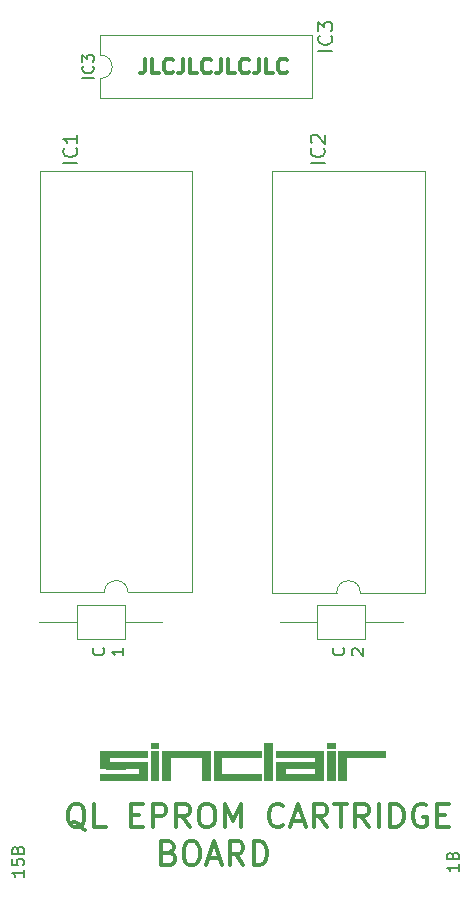
<source format=gbr>
%TF.GenerationSoftware,KiCad,Pcbnew,6.0.1-79c1e3a40b~116~ubuntu21.10.1*%
%TF.CreationDate,2022-02-04T17:00:21+01:00*%
%TF.ProjectId,QL_ROM_Cartridge_original,514c5f52-4f4d-45f4-9361-727472696467,rev?*%
%TF.SameCoordinates,Original*%
%TF.FileFunction,Legend,Top*%
%TF.FilePolarity,Positive*%
%FSLAX46Y46*%
G04 Gerber Fmt 4.6, Leading zero omitted, Abs format (unit mm)*
G04 Created by KiCad (PCBNEW 6.0.1-79c1e3a40b~116~ubuntu21.10.1) date 2022-02-04 17:00:21*
%MOMM*%
%LPD*%
G01*
G04 APERTURE LIST*
%ADD10C,0.100000*%
%ADD11C,0.300000*%
%ADD12C,0.150000*%
%ADD13C,0.350000*%
%ADD14C,0.120000*%
G04 APERTURE END LIST*
D10*
X83659156Y-120722490D02*
X84298976Y-120722490D01*
X84298976Y-120722490D02*
X84298976Y-123907061D01*
X84298976Y-123907061D02*
X83659156Y-123907061D01*
X83659156Y-123907061D02*
X83659156Y-120722490D01*
X83659156Y-120722490D02*
X83659156Y-120722490D01*
G36*
X84298976Y-123907061D02*
G01*
X83659156Y-123907061D01*
X83659156Y-120722490D01*
X84298976Y-120722490D01*
X84298976Y-123907061D01*
G37*
X84298976Y-123907061D02*
X83659156Y-123907061D01*
X83659156Y-120722490D01*
X84298976Y-120722490D01*
X84298976Y-123907061D01*
X79404082Y-123907061D02*
X79404082Y-121435442D01*
X79404082Y-121435442D02*
X83404980Y-121435442D01*
X83404980Y-121435442D02*
X83404980Y-121920031D01*
X83404980Y-121920031D02*
X80030582Y-121920031D01*
X80030582Y-121920031D02*
X80030582Y-123375414D01*
X80030582Y-123375414D02*
X83404981Y-123375414D01*
X83404981Y-123375414D02*
X83404961Y-123907030D01*
X83404961Y-123907030D02*
X79404082Y-123907061D01*
X79404082Y-123907061D02*
X79404082Y-123907061D01*
G36*
X83404980Y-121920031D02*
G01*
X80030582Y-121920031D01*
X80030582Y-123375414D01*
X83404981Y-123375414D01*
X83404961Y-123907030D01*
X79404082Y-123907061D01*
X79404082Y-121435442D01*
X83404980Y-121435442D01*
X83404980Y-121920031D01*
G37*
X83404980Y-121920031D02*
X80030582Y-121920031D01*
X80030582Y-123375414D01*
X83404981Y-123375414D01*
X83404961Y-123907030D01*
X79404082Y-123907061D01*
X79404082Y-121435442D01*
X83404980Y-121435442D01*
X83404980Y-121920031D01*
X84658328Y-123907061D02*
X84652928Y-123033281D01*
X84652928Y-123033281D02*
X84658328Y-122382006D01*
X84658328Y-122382006D02*
X87971373Y-122382006D01*
X87971373Y-122382006D02*
X87971373Y-121920031D01*
X87971373Y-121920031D02*
X84658328Y-121920031D01*
X84658328Y-121920031D02*
X84658328Y-121435442D01*
X84658328Y-121435442D02*
X88654498Y-121435442D01*
X88654498Y-121435442D02*
X88654498Y-123907061D01*
X88654498Y-123907061D02*
X87971373Y-123907061D01*
X87971373Y-123907061D02*
X87971373Y-122907915D01*
X87971373Y-122907915D02*
X85412089Y-122907915D01*
X85412089Y-122907915D02*
X85412089Y-123375414D01*
X85412089Y-123375414D02*
X87971373Y-123375414D01*
X87971373Y-123375414D02*
X87971373Y-123907061D01*
X87971373Y-123907061D02*
X84658328Y-123907061D01*
X84658328Y-123907061D02*
X84658328Y-123907061D01*
G36*
X84652928Y-123033281D02*
G01*
X84658328Y-122382006D01*
X87971373Y-122382006D01*
X87971373Y-121920031D01*
X84658328Y-121920031D01*
X84658328Y-121435442D01*
X88654498Y-121435442D01*
X88654498Y-123907061D01*
X84658328Y-123907061D01*
X84655042Y-123375414D01*
X85412089Y-123375414D01*
X87971373Y-123375414D01*
X87971373Y-122907915D01*
X85412089Y-122907915D01*
X85412089Y-123375414D01*
X84655042Y-123375414D01*
X84652928Y-123033281D01*
G37*
X84652928Y-123033281D02*
X84658328Y-122382006D01*
X87971373Y-122382006D01*
X87971373Y-121920031D01*
X84658328Y-121920031D01*
X84658328Y-121435442D01*
X88654498Y-121435442D01*
X88654498Y-123907061D01*
X84658328Y-123907061D01*
X84655042Y-123375414D01*
X85412089Y-123375414D01*
X87971373Y-123375414D01*
X87971373Y-122907915D01*
X85412089Y-122907915D01*
X85412089Y-123375414D01*
X84655042Y-123375414D01*
X84652928Y-123033281D01*
X69774914Y-123375414D02*
X73027609Y-123375414D01*
X73027609Y-123375414D02*
X73027609Y-122907885D01*
X73027609Y-122907885D02*
X70807523Y-122927385D01*
X70807523Y-122927385D02*
X69774914Y-122907885D01*
X69774914Y-122907885D02*
X69774914Y-121435412D01*
X69774914Y-121435412D02*
X73762320Y-121435412D01*
X73762320Y-121435412D02*
X73762320Y-121920000D01*
X73762320Y-121920000D02*
X70485000Y-121920000D01*
X70485000Y-121920000D02*
X70485000Y-122381975D01*
X70485000Y-122381975D02*
X73762320Y-122381975D01*
X73762320Y-122381975D02*
X73762320Y-123907030D01*
X73762320Y-123907030D02*
X69774914Y-123907030D01*
X69774914Y-123907030D02*
X69774914Y-123375414D01*
X69774914Y-123375414D02*
X69774914Y-123375414D01*
G36*
X73762320Y-121920000D02*
G01*
X70485000Y-121920000D01*
X70485000Y-122381975D01*
X73762320Y-122381975D01*
X73762320Y-123907030D01*
X69774914Y-123907030D01*
X69774914Y-123375414D01*
X73027609Y-123375414D01*
X73027609Y-122907885D01*
X70807523Y-122927385D01*
X69774914Y-122907885D01*
X69774914Y-121435412D01*
X73762320Y-121435412D01*
X73762320Y-121920000D01*
G37*
X73762320Y-121920000D02*
X70485000Y-121920000D01*
X70485000Y-122381975D01*
X73762320Y-122381975D01*
X73762320Y-123907030D01*
X69774914Y-123907030D01*
X69774914Y-123375414D01*
X73027609Y-123375414D01*
X73027609Y-122907885D01*
X70807523Y-122927385D01*
X69774914Y-122907885D01*
X69774914Y-121435412D01*
X73762320Y-121435412D01*
X73762320Y-121920000D01*
X89014369Y-120722521D02*
X89636660Y-120722521D01*
X89636660Y-120722521D02*
X89636660Y-121163744D01*
X89636660Y-121163744D02*
X89014369Y-121163744D01*
X89014369Y-121163744D02*
X89014369Y-120722521D01*
X89014369Y-120722521D02*
X89014369Y-120722521D01*
G36*
X89636660Y-121163744D02*
G01*
X89014369Y-121163744D01*
X89014369Y-120722521D01*
X89636660Y-120722521D01*
X89636660Y-121163744D01*
G37*
X89636660Y-121163744D02*
X89014369Y-121163744D01*
X89014369Y-120722521D01*
X89636660Y-120722521D01*
X89636660Y-121163744D01*
X89943425Y-121435442D02*
X93868230Y-121435442D01*
X93868230Y-121435442D02*
X93868230Y-121920031D01*
X93868230Y-121920031D02*
X90574483Y-121920031D01*
X90574483Y-121920031D02*
X90574483Y-123907061D01*
X90574483Y-123907061D02*
X89943427Y-123907061D01*
X89943427Y-123907061D02*
X89943425Y-121435442D01*
X89943425Y-121435442D02*
X89943425Y-121435442D01*
G36*
X93868230Y-121920031D02*
G01*
X90574483Y-121920031D01*
X90574483Y-123907061D01*
X89943427Y-123907061D01*
X89943425Y-121435442D01*
X93868230Y-121435442D01*
X93868230Y-121920031D01*
G37*
X93868230Y-121920031D02*
X90574483Y-121920031D01*
X90574483Y-123907061D01*
X89943427Y-123907061D01*
X89943425Y-121435442D01*
X93868230Y-121435442D01*
X93868230Y-121920031D01*
X74973367Y-123907061D02*
X74973367Y-121435442D01*
X74973367Y-121435442D02*
X79057704Y-121435442D01*
X79057704Y-121435442D02*
X79057704Y-123907061D01*
X79057704Y-123907061D02*
X78426647Y-123907061D01*
X78426647Y-123907061D02*
X78426647Y-121920031D01*
X78426647Y-121920031D02*
X75692069Y-121920031D01*
X75692069Y-121920031D02*
X75692069Y-123907061D01*
X75692069Y-123907061D02*
X74973367Y-123907061D01*
X74973367Y-123907061D02*
X74973367Y-123907061D01*
G36*
X79057704Y-123907061D02*
G01*
X78426647Y-123907061D01*
X78426647Y-121920031D01*
X75692069Y-121920031D01*
X75692069Y-123907061D01*
X74973367Y-123907061D01*
X74973367Y-121435442D01*
X79057704Y-121435442D01*
X79057704Y-123907061D01*
G37*
X79057704Y-123907061D02*
X78426647Y-123907061D01*
X78426647Y-121920031D01*
X75692069Y-121920031D01*
X75692069Y-123907061D01*
X74973367Y-123907061D01*
X74973367Y-121435442D01*
X79057704Y-121435442D01*
X79057704Y-123907061D01*
X74082718Y-121435442D02*
X74706044Y-121435442D01*
X74706044Y-121435442D02*
X74706044Y-123907061D01*
X74706044Y-123907061D02*
X74082718Y-123907061D01*
X74082718Y-123907061D02*
X74082718Y-121435442D01*
X74082718Y-121435442D02*
X74082718Y-121435442D01*
G36*
X74706044Y-123907061D02*
G01*
X74082718Y-123907061D01*
X74082718Y-121435442D01*
X74706044Y-121435442D01*
X74706044Y-123907061D01*
G37*
X74706044Y-123907061D02*
X74082718Y-123907061D01*
X74082718Y-121435442D01*
X74706044Y-121435442D01*
X74706044Y-123907061D01*
X89014369Y-123907061D02*
X89014369Y-121435442D01*
X89014369Y-121435442D02*
X89636660Y-121435442D01*
X89636660Y-121435442D02*
X89636660Y-123907061D01*
X89636660Y-123907061D02*
X89014369Y-123907061D01*
X89014369Y-123907061D02*
X89014369Y-123907061D01*
G36*
X89636660Y-123907061D02*
G01*
X89014369Y-123907061D01*
X89014369Y-121435442D01*
X89636660Y-121435442D01*
X89636660Y-123907061D01*
G37*
X89636660Y-123907061D02*
X89014369Y-123907061D01*
X89014369Y-121435442D01*
X89636660Y-121435442D01*
X89636660Y-123907061D01*
X74082718Y-120722521D02*
X74706044Y-120722521D01*
X74706044Y-120722521D02*
X74706044Y-121163744D01*
X74706044Y-121163744D02*
X74082718Y-121163744D01*
X74082718Y-121163744D02*
X74082718Y-120722521D01*
X74082718Y-120722521D02*
X74082718Y-120722521D01*
G36*
X74706044Y-121163744D02*
G01*
X74082718Y-121163744D01*
X74082718Y-120722521D01*
X74706044Y-120722521D01*
X74706044Y-121163744D01*
G37*
X74706044Y-121163744D02*
X74082718Y-121163744D01*
X74082718Y-120722521D01*
X74706044Y-120722521D01*
X74706044Y-121163744D01*
D11*
X73601190Y-62815476D02*
X73601190Y-63708333D01*
X73541666Y-63886904D01*
X73422619Y-64005952D01*
X73244047Y-64065476D01*
X73125000Y-64065476D01*
X74791666Y-64065476D02*
X74196428Y-64065476D01*
X74196428Y-62815476D01*
X75922619Y-63946428D02*
X75863095Y-64005952D01*
X75684523Y-64065476D01*
X75565476Y-64065476D01*
X75386904Y-64005952D01*
X75267857Y-63886904D01*
X75208333Y-63767857D01*
X75148809Y-63529761D01*
X75148809Y-63351190D01*
X75208333Y-63113095D01*
X75267857Y-62994047D01*
X75386904Y-62875000D01*
X75565476Y-62815476D01*
X75684523Y-62815476D01*
X75863095Y-62875000D01*
X75922619Y-62934523D01*
X76815476Y-62815476D02*
X76815476Y-63708333D01*
X76755952Y-63886904D01*
X76636904Y-64005952D01*
X76458333Y-64065476D01*
X76339285Y-64065476D01*
X78005952Y-64065476D02*
X77410714Y-64065476D01*
X77410714Y-62815476D01*
X79136904Y-63946428D02*
X79077380Y-64005952D01*
X78898809Y-64065476D01*
X78779761Y-64065476D01*
X78601190Y-64005952D01*
X78482142Y-63886904D01*
X78422619Y-63767857D01*
X78363095Y-63529761D01*
X78363095Y-63351190D01*
X78422619Y-63113095D01*
X78482142Y-62994047D01*
X78601190Y-62875000D01*
X78779761Y-62815476D01*
X78898809Y-62815476D01*
X79077380Y-62875000D01*
X79136904Y-62934523D01*
X80029761Y-62815476D02*
X80029761Y-63708333D01*
X79970238Y-63886904D01*
X79851190Y-64005952D01*
X79672619Y-64065476D01*
X79553571Y-64065476D01*
X81220238Y-64065476D02*
X80625000Y-64065476D01*
X80625000Y-62815476D01*
X82351190Y-63946428D02*
X82291666Y-64005952D01*
X82113095Y-64065476D01*
X81994047Y-64065476D01*
X81815476Y-64005952D01*
X81696428Y-63886904D01*
X81636904Y-63767857D01*
X81577380Y-63529761D01*
X81577380Y-63351190D01*
X81636904Y-63113095D01*
X81696428Y-62994047D01*
X81815476Y-62875000D01*
X81994047Y-62815476D01*
X82113095Y-62815476D01*
X82291666Y-62875000D01*
X82351190Y-62934523D01*
X83244047Y-62815476D02*
X83244047Y-63708333D01*
X83184523Y-63886904D01*
X83065476Y-64005952D01*
X82886904Y-64065476D01*
X82767857Y-64065476D01*
X84434523Y-64065476D02*
X83839285Y-64065476D01*
X83839285Y-62815476D01*
X85565476Y-63946428D02*
X85505952Y-64005952D01*
X85327380Y-64065476D01*
X85208333Y-64065476D01*
X85029761Y-64005952D01*
X84910714Y-63886904D01*
X84851190Y-63767857D01*
X84791666Y-63529761D01*
X84791666Y-63351190D01*
X84851190Y-63113095D01*
X84910714Y-62994047D01*
X85029761Y-62875000D01*
X85208333Y-62815476D01*
X85327380Y-62815476D01*
X85505952Y-62875000D01*
X85565476Y-62934523D01*
D12*
X63317380Y-131500476D02*
X63317380Y-132071904D01*
X63317380Y-131786190D02*
X62317380Y-131786190D01*
X62460238Y-131881428D01*
X62555476Y-131976666D01*
X62603095Y-132071904D01*
X62317380Y-130595714D02*
X62317380Y-131071904D01*
X62793571Y-131119523D01*
X62745952Y-131071904D01*
X62698333Y-130976666D01*
X62698333Y-130738571D01*
X62745952Y-130643333D01*
X62793571Y-130595714D01*
X62888809Y-130548095D01*
X63126904Y-130548095D01*
X63222142Y-130595714D01*
X63269761Y-130643333D01*
X63317380Y-130738571D01*
X63317380Y-130976666D01*
X63269761Y-131071904D01*
X63222142Y-131119523D01*
X62793571Y-129786190D02*
X62841190Y-129643333D01*
X62888809Y-129595714D01*
X62984047Y-129548095D01*
X63126904Y-129548095D01*
X63222142Y-129595714D01*
X63269761Y-129643333D01*
X63317380Y-129738571D01*
X63317380Y-130119523D01*
X62317380Y-130119523D01*
X62317380Y-129786190D01*
X62365000Y-129690952D01*
X62412619Y-129643333D01*
X62507857Y-129595714D01*
X62603095Y-129595714D01*
X62698333Y-129643333D01*
X62745952Y-129690952D01*
X62793571Y-129786190D01*
X62793571Y-130119523D01*
X67852857Y-71656428D02*
X66652857Y-71656428D01*
X67738571Y-70399285D02*
X67795714Y-70456428D01*
X67852857Y-70627857D01*
X67852857Y-70742142D01*
X67795714Y-70913571D01*
X67681428Y-71027857D01*
X67567142Y-71085000D01*
X67338571Y-71142142D01*
X67167142Y-71142142D01*
X66938571Y-71085000D01*
X66824285Y-71027857D01*
X66710000Y-70913571D01*
X66652857Y-70742142D01*
X66652857Y-70627857D01*
X66710000Y-70456428D01*
X66767142Y-70399285D01*
X67852857Y-69256428D02*
X67852857Y-69942142D01*
X67852857Y-69599285D02*
X66652857Y-69599285D01*
X66824285Y-69713571D01*
X66938571Y-69827857D01*
X66995714Y-69942142D01*
X89442857Y-62131428D02*
X88242857Y-62131428D01*
X89328571Y-60874285D02*
X89385714Y-60931428D01*
X89442857Y-61102857D01*
X89442857Y-61217142D01*
X89385714Y-61388571D01*
X89271428Y-61502857D01*
X89157142Y-61560000D01*
X88928571Y-61617142D01*
X88757142Y-61617142D01*
X88528571Y-61560000D01*
X88414285Y-61502857D01*
X88300000Y-61388571D01*
X88242857Y-61217142D01*
X88242857Y-61102857D01*
X88300000Y-60931428D01*
X88357142Y-60874285D01*
X88242857Y-60474285D02*
X88242857Y-59731428D01*
X88700000Y-60131428D01*
X88700000Y-59960000D01*
X88757142Y-59845714D01*
X88814285Y-59788571D01*
X88928571Y-59731428D01*
X89214285Y-59731428D01*
X89328571Y-59788571D01*
X89385714Y-59845714D01*
X89442857Y-59960000D01*
X89442857Y-60302857D01*
X89385714Y-60417142D01*
X89328571Y-60474285D01*
X100147380Y-131024285D02*
X100147380Y-131595714D01*
X100147380Y-131310000D02*
X99147380Y-131310000D01*
X99290238Y-131405238D01*
X99385476Y-131500476D01*
X99433095Y-131595714D01*
X99623571Y-130262380D02*
X99671190Y-130119523D01*
X99718809Y-130071904D01*
X99814047Y-130024285D01*
X99956904Y-130024285D01*
X100052142Y-130071904D01*
X100099761Y-130119523D01*
X100147380Y-130214761D01*
X100147380Y-130595714D01*
X99147380Y-130595714D01*
X99147380Y-130262380D01*
X99195000Y-130167142D01*
X99242619Y-130119523D01*
X99337857Y-130071904D01*
X99433095Y-130071904D01*
X99528333Y-130119523D01*
X99575952Y-130167142D01*
X99623571Y-130262380D01*
X99623571Y-130595714D01*
D13*
X68518333Y-128095238D02*
X68327857Y-128000000D01*
X68137380Y-127809523D01*
X67851666Y-127523809D01*
X67661190Y-127428571D01*
X67470714Y-127428571D01*
X67565952Y-127904761D02*
X67375476Y-127809523D01*
X67185000Y-127619047D01*
X67089761Y-127238095D01*
X67089761Y-126571428D01*
X67185000Y-126190476D01*
X67375476Y-126000000D01*
X67565952Y-125904761D01*
X67946904Y-125904761D01*
X68137380Y-126000000D01*
X68327857Y-126190476D01*
X68423095Y-126571428D01*
X68423095Y-127238095D01*
X68327857Y-127619047D01*
X68137380Y-127809523D01*
X67946904Y-127904761D01*
X67565952Y-127904761D01*
X70232619Y-127904761D02*
X69280238Y-127904761D01*
X69280238Y-125904761D01*
X72423095Y-126857142D02*
X73089761Y-126857142D01*
X73375476Y-127904761D02*
X72423095Y-127904761D01*
X72423095Y-125904761D01*
X73375476Y-125904761D01*
X74232619Y-127904761D02*
X74232619Y-125904761D01*
X74994523Y-125904761D01*
X75185000Y-126000000D01*
X75280238Y-126095238D01*
X75375476Y-126285714D01*
X75375476Y-126571428D01*
X75280238Y-126761904D01*
X75185000Y-126857142D01*
X74994523Y-126952380D01*
X74232619Y-126952380D01*
X77375476Y-127904761D02*
X76708809Y-126952380D01*
X76232619Y-127904761D02*
X76232619Y-125904761D01*
X76994523Y-125904761D01*
X77185000Y-126000000D01*
X77280238Y-126095238D01*
X77375476Y-126285714D01*
X77375476Y-126571428D01*
X77280238Y-126761904D01*
X77185000Y-126857142D01*
X76994523Y-126952380D01*
X76232619Y-126952380D01*
X78613571Y-125904761D02*
X78994523Y-125904761D01*
X79185000Y-126000000D01*
X79375476Y-126190476D01*
X79470714Y-126571428D01*
X79470714Y-127238095D01*
X79375476Y-127619047D01*
X79185000Y-127809523D01*
X78994523Y-127904761D01*
X78613571Y-127904761D01*
X78423095Y-127809523D01*
X78232619Y-127619047D01*
X78137380Y-127238095D01*
X78137380Y-126571428D01*
X78232619Y-126190476D01*
X78423095Y-126000000D01*
X78613571Y-125904761D01*
X80327857Y-127904761D02*
X80327857Y-125904761D01*
X80994523Y-127333333D01*
X81661190Y-125904761D01*
X81661190Y-127904761D01*
X85280238Y-127714285D02*
X85185000Y-127809523D01*
X84899285Y-127904761D01*
X84708809Y-127904761D01*
X84423095Y-127809523D01*
X84232619Y-127619047D01*
X84137380Y-127428571D01*
X84042142Y-127047619D01*
X84042142Y-126761904D01*
X84137380Y-126380952D01*
X84232619Y-126190476D01*
X84423095Y-126000000D01*
X84708809Y-125904761D01*
X84899285Y-125904761D01*
X85185000Y-126000000D01*
X85280238Y-126095238D01*
X86042142Y-127333333D02*
X86994523Y-127333333D01*
X85851666Y-127904761D02*
X86518333Y-125904761D01*
X87185000Y-127904761D01*
X88994523Y-127904761D02*
X88327857Y-126952380D01*
X87851666Y-127904761D02*
X87851666Y-125904761D01*
X88613571Y-125904761D01*
X88804047Y-126000000D01*
X88899285Y-126095238D01*
X88994523Y-126285714D01*
X88994523Y-126571428D01*
X88899285Y-126761904D01*
X88804047Y-126857142D01*
X88613571Y-126952380D01*
X87851666Y-126952380D01*
X89565952Y-125904761D02*
X90708809Y-125904761D01*
X90137380Y-127904761D02*
X90137380Y-125904761D01*
X92518333Y-127904761D02*
X91851666Y-126952380D01*
X91375476Y-127904761D02*
X91375476Y-125904761D01*
X92137380Y-125904761D01*
X92327857Y-126000000D01*
X92423095Y-126095238D01*
X92518333Y-126285714D01*
X92518333Y-126571428D01*
X92423095Y-126761904D01*
X92327857Y-126857142D01*
X92137380Y-126952380D01*
X91375476Y-126952380D01*
X93375476Y-127904761D02*
X93375476Y-125904761D01*
X94327857Y-127904761D02*
X94327857Y-125904761D01*
X94804047Y-125904761D01*
X95089761Y-126000000D01*
X95280238Y-126190476D01*
X95375476Y-126380952D01*
X95470714Y-126761904D01*
X95470714Y-127047619D01*
X95375476Y-127428571D01*
X95280238Y-127619047D01*
X95089761Y-127809523D01*
X94804047Y-127904761D01*
X94327857Y-127904761D01*
X97375476Y-126000000D02*
X97185000Y-125904761D01*
X96899285Y-125904761D01*
X96613571Y-126000000D01*
X96423095Y-126190476D01*
X96327857Y-126380952D01*
X96232619Y-126761904D01*
X96232619Y-127047619D01*
X96327857Y-127428571D01*
X96423095Y-127619047D01*
X96613571Y-127809523D01*
X96899285Y-127904761D01*
X97089761Y-127904761D01*
X97375476Y-127809523D01*
X97470714Y-127714285D01*
X97470714Y-127047619D01*
X97089761Y-127047619D01*
X98327857Y-126857142D02*
X98994523Y-126857142D01*
X99280238Y-127904761D02*
X98327857Y-127904761D01*
X98327857Y-125904761D01*
X99280238Y-125904761D01*
D12*
X70037142Y-112720476D02*
X70084761Y-112768095D01*
X70132380Y-112910952D01*
X70132380Y-113006190D01*
X70084761Y-113149047D01*
X69989523Y-113244285D01*
X69894285Y-113291904D01*
X69703809Y-113339523D01*
X69560952Y-113339523D01*
X69370476Y-113291904D01*
X69275238Y-113244285D01*
X69180000Y-113149047D01*
X69132380Y-113006190D01*
X69132380Y-112910952D01*
X69180000Y-112768095D01*
X69227619Y-112720476D01*
X71742380Y-112744285D02*
X71742380Y-113315714D01*
X71742380Y-113030000D02*
X70742380Y-113030000D01*
X70885238Y-113125238D01*
X70980476Y-113220476D01*
X71028095Y-113315714D01*
X90357142Y-112720476D02*
X90404761Y-112768095D01*
X90452380Y-112910952D01*
X90452380Y-113006190D01*
X90404761Y-113149047D01*
X90309523Y-113244285D01*
X90214285Y-113291904D01*
X90023809Y-113339523D01*
X89880952Y-113339523D01*
X89690476Y-113291904D01*
X89595238Y-113244285D01*
X89500000Y-113149047D01*
X89452380Y-113006190D01*
X89452380Y-112910952D01*
X89500000Y-112768095D01*
X89547619Y-112720476D01*
X91157619Y-113315714D02*
X91110000Y-113268095D01*
X91062380Y-113172857D01*
X91062380Y-112934761D01*
X91110000Y-112839523D01*
X91157619Y-112791904D01*
X91252857Y-112744285D01*
X91348095Y-112744285D01*
X91490952Y-112791904D01*
X92062380Y-113363333D01*
X92062380Y-112744285D01*
X88807857Y-71656428D02*
X87607857Y-71656428D01*
X88693571Y-70399285D02*
X88750714Y-70456428D01*
X88807857Y-70627857D01*
X88807857Y-70742142D01*
X88750714Y-70913571D01*
X88636428Y-71027857D01*
X88522142Y-71085000D01*
X88293571Y-71142142D01*
X88122142Y-71142142D01*
X87893571Y-71085000D01*
X87779285Y-71027857D01*
X87665000Y-70913571D01*
X87607857Y-70742142D01*
X87607857Y-70627857D01*
X87665000Y-70456428D01*
X87722142Y-70399285D01*
X87722142Y-69942142D02*
X87665000Y-69885000D01*
X87607857Y-69770714D01*
X87607857Y-69485000D01*
X87665000Y-69370714D01*
X87722142Y-69313571D01*
X87836428Y-69256428D01*
X87950714Y-69256428D01*
X88122142Y-69313571D01*
X88807857Y-69999285D01*
X88807857Y-69256428D01*
D13*
X75613095Y-130032142D02*
X75898809Y-130127380D01*
X75994047Y-130222619D01*
X76089285Y-130413095D01*
X76089285Y-130698809D01*
X75994047Y-130889285D01*
X75898809Y-130984523D01*
X75708333Y-131079761D01*
X74946428Y-131079761D01*
X74946428Y-129079761D01*
X75613095Y-129079761D01*
X75803571Y-129175000D01*
X75898809Y-129270238D01*
X75994047Y-129460714D01*
X75994047Y-129651190D01*
X75898809Y-129841666D01*
X75803571Y-129936904D01*
X75613095Y-130032142D01*
X74946428Y-130032142D01*
X77327380Y-129079761D02*
X77708333Y-129079761D01*
X77898809Y-129175000D01*
X78089285Y-129365476D01*
X78184523Y-129746428D01*
X78184523Y-130413095D01*
X78089285Y-130794047D01*
X77898809Y-130984523D01*
X77708333Y-131079761D01*
X77327380Y-131079761D01*
X77136904Y-130984523D01*
X76946428Y-130794047D01*
X76851190Y-130413095D01*
X76851190Y-129746428D01*
X76946428Y-129365476D01*
X77136904Y-129175000D01*
X77327380Y-129079761D01*
X78946428Y-130508333D02*
X79898809Y-130508333D01*
X78755952Y-131079761D02*
X79422619Y-129079761D01*
X80089285Y-131079761D01*
X81898809Y-131079761D02*
X81232142Y-130127380D01*
X80755952Y-131079761D02*
X80755952Y-129079761D01*
X81517857Y-129079761D01*
X81708333Y-129175000D01*
X81803571Y-129270238D01*
X81898809Y-129460714D01*
X81898809Y-129746428D01*
X81803571Y-129936904D01*
X81708333Y-130032142D01*
X81517857Y-130127380D01*
X80755952Y-130127380D01*
X82755952Y-131079761D02*
X82755952Y-129079761D01*
X83232142Y-129079761D01*
X83517857Y-129175000D01*
X83708333Y-129365476D01*
X83803571Y-129555952D01*
X83898809Y-129936904D01*
X83898809Y-130222619D01*
X83803571Y-130603571D01*
X83708333Y-130794047D01*
X83517857Y-130984523D01*
X83232142Y-131079761D01*
X82755952Y-131079761D01*
D12*
%TO.C,IC3*%
X69242380Y-64476190D02*
X68242380Y-64476190D01*
X69147142Y-63428571D02*
X69194761Y-63476190D01*
X69242380Y-63619047D01*
X69242380Y-63714285D01*
X69194761Y-63857142D01*
X69099523Y-63952380D01*
X69004285Y-64000000D01*
X68813809Y-64047619D01*
X68670952Y-64047619D01*
X68480476Y-64000000D01*
X68385238Y-63952380D01*
X68290000Y-63857142D01*
X68242380Y-63714285D01*
X68242380Y-63619047D01*
X68290000Y-63476190D01*
X68337619Y-63428571D01*
X68242380Y-63095238D02*
X68242380Y-62476190D01*
X68623333Y-62809523D01*
X68623333Y-62666666D01*
X68670952Y-62571428D01*
X68718571Y-62523809D01*
X68813809Y-62476190D01*
X69051904Y-62476190D01*
X69147142Y-62523809D01*
X69194761Y-62571428D01*
X69242380Y-62666666D01*
X69242380Y-62952380D01*
X69194761Y-63047619D01*
X69147142Y-63095238D01*
D14*
%TO.C,C1*%
X67810000Y-111910000D02*
X71850000Y-111910000D01*
X64620000Y-110490000D02*
X67810000Y-110490000D01*
X71850000Y-111910000D02*
X71850000Y-109070000D01*
X75040000Y-110490000D02*
X71850000Y-110490000D01*
X71850000Y-109070000D02*
X67810000Y-109070000D01*
X67810000Y-109070000D02*
X67810000Y-111910000D01*
%TO.C,IC3*%
X69790000Y-66150000D02*
X87690000Y-66150000D01*
X69790000Y-64500000D02*
X69790000Y-66150000D01*
X69790000Y-60850000D02*
X69790000Y-62500000D01*
X87690000Y-60850000D02*
X69790000Y-60850000D01*
X87690000Y-66150000D02*
X87690000Y-60850000D01*
X69790000Y-64500000D02*
G75*
G03*
X69790000Y-62500000I0J1000000D01*
G01*
%TO.C,IC1*%
X72125000Y-108000000D02*
X77585000Y-108000000D01*
X77585000Y-72320000D02*
X64665000Y-72320000D01*
X64665000Y-108000000D02*
X70125000Y-108000000D01*
X64665000Y-72320000D02*
X64665000Y-108000000D01*
X77585000Y-108000000D02*
X77585000Y-72320000D01*
X72125000Y-108000000D02*
G75*
G03*
X70125000Y-108000000I-1000000J0D01*
G01*
%TO.C,C2*%
X95380000Y-110490000D02*
X92190000Y-110490000D01*
X88150000Y-109070000D02*
X88150000Y-111910000D01*
X88150000Y-111910000D02*
X92190000Y-111910000D01*
X92190000Y-111910000D02*
X92190000Y-109070000D01*
X92190000Y-109070000D02*
X88150000Y-109070000D01*
X84960000Y-110490000D02*
X88150000Y-110490000D01*
%TO.C,IC2*%
X97265000Y-72330000D02*
X84345000Y-72330000D01*
X97265000Y-108010000D02*
X97265000Y-72330000D01*
X84345000Y-108010000D02*
X89805000Y-108010000D01*
X91805000Y-108010000D02*
X97265000Y-108010000D01*
X84345000Y-72330000D02*
X84345000Y-108010000D01*
X91805000Y-108010000D02*
G75*
G03*
X89805000Y-108010000I-1000000J0D01*
G01*
%TD*%
M02*

</source>
